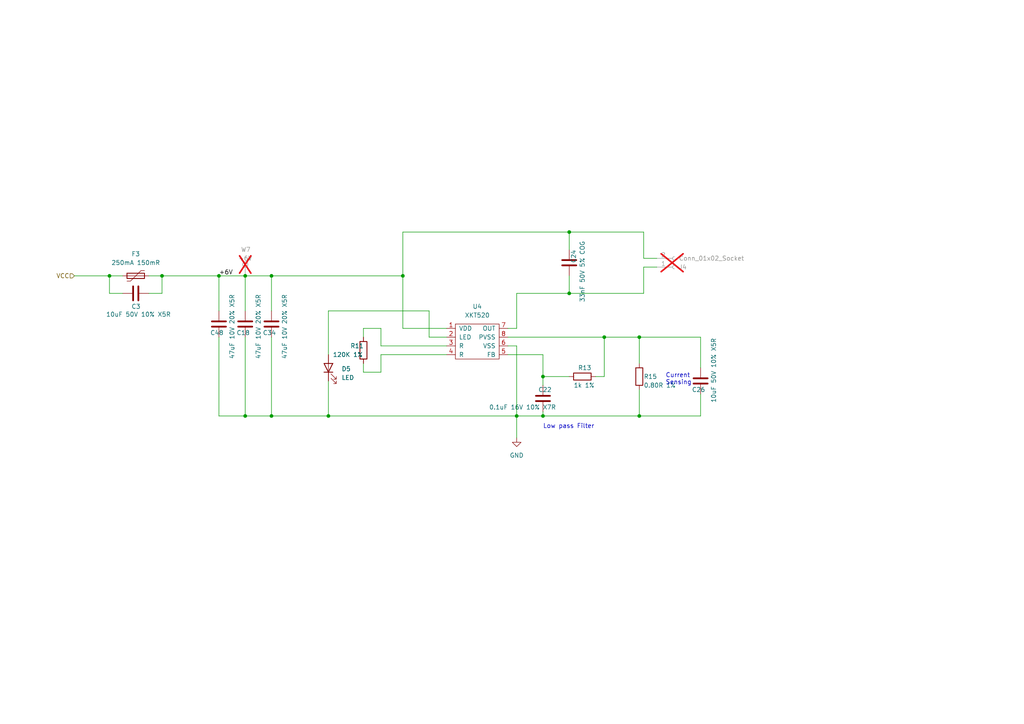
<source format=kicad_sch>
(kicad_sch (version 20250114) (generator "eeschema") (generator_version "9.0")
  (paper "A4")
  (title_block (title "Hex Charger PCB") (date "2025-10-02") (rev "1.4") (company "Systemic Games, LLC"))
  (lib_symbols
    (symbol "Connector:Conn_01x02_Socket" (pin_names (offset 1.016) (hide yes))
      (property "Reference" "J" (at 0 2.54 0))
      (property "Value" "Conn_01x02_Socket" (at 0 -5.08 0))
      (symbol "Conn_01x02_Socket_1_1"
        (polyline (pts (xy -1.27 0) (xy -0.508 0)) (stroke (width 0.1524)))
        (polyline (pts (xy -1.27 -2.54) (xy -0.508 -2.54)) (stroke (width 0.1524)))
        (arc (start 0 -0.508) (mid -0.5058 0) (end 0 0.508) (stroke (width 0.1524)))
        (arc (start 0 -3.048) (mid -0.5058 -2.54) (end 0 -2.032) (stroke (width 0.1524)))
        (pin passive line (at -5.08 0 0) (length 3.81) (name "Pin_1") (number "1"))
        (pin passive line (at -5.08 -2.54 0) (length 3.81) (name "Pin_2") (number "2"))
      )
    )
    (symbol "Device:C" (pin_numbers (hide yes)) (pin_names (offset 0.254))
      (property "Reference" "C" (at 0.635 2.54 0))
      (property "Value" "C" (at 0.635 -2.54 0))
      (symbol "C_0_1"
        (polyline (pts (xy -2.032 0.762) (xy 2.032 0.762)) (stroke (width 0.508)))
        (polyline (pts (xy -2.032 -0.762) (xy 2.032 -0.762)) (stroke (width 0.508)))
      )
      (symbol "C_1_1"
        (pin passive line (at 0 3.81 270) (length 2.794) (name "~") (number "1"))
        (pin passive line (at 0 -3.81 90) (length 2.794) (name "~") (number "2"))
      )
    )
    (symbol "Device:LED" (pin_numbers (hide yes)) (pin_names (offset 1.016) (hide yes))
      (property "Reference" "D" (at 0 2.54 0))
      (property "Value" "LED" (at 0 -2.54 0))
      (symbol "LED_0_1"
        (polyline (pts (xy -3.048 -0.762) (xy -4.572 -2.286) (xy -3.81 -2.286) (xy -4.572 -2.286) (xy -4.572 -1.524)))
        (polyline (pts (xy -1.778 -0.762) (xy -3.302 -2.286) (xy -2.54 -2.286) (xy -3.302 -2.286) (xy -3.302 -1.524)))
        (polyline (pts (xy -1.27 0) (xy 1.27 0)))
        (polyline (pts (xy -1.27 -1.27) (xy -1.27 1.27)) (stroke (width 0.254)))
        (polyline (pts (xy 1.27 -1.27) (xy 1.27 1.27) (xy -1.27 0) (xy 1.27 -1.27)) (stroke (width 0.254)))
      )
      (symbol "LED_1_1"
        (pin passive line (at -3.81 0 0) (length 2.54) (name "K") (number "1"))
        (pin passive line (at 3.81 0 180) (length 2.54) (name "A") (number "2"))
      )
    )
    (symbol "Device:Polyfuse" (pin_numbers (hide yes)) (pin_names (offset 0))
      (property "Reference" "F" (at -2.54 0 90))
      (property "Value" "Polyfuse" (at 2.54 0 90))
      (symbol "Polyfuse_0_1"
        (polyline (pts (xy -1.524 2.54) (xy -1.524 1.524) (xy 1.524 -1.524) (xy 1.524 -2.54)))
        (rectangle (start -0.762 2.54) (end 0.762 -2.54) (stroke (width 0.254)))
        (polyline (pts (xy 0 2.54) (xy 0 -2.54)))
      )
      (symbol "Polyfuse_1_1"
        (pin passive line (at 0 3.81 270) (length 1.27) (name "~") (number "1"))
        (pin passive line (at 0 -3.81 90) (length 1.27) (name "~") (number "2"))
      )
    )
    (symbol "Device:R" (pin_numbers (hide yes)) (pin_names (offset 0))
      (property "Reference" "R" (at 2.032 0 90))
      (property "Value" "R" (at 0 0 90))
      (symbol "R_0_1"
        (rectangle (start -1.016 -2.54) (end 1.016 2.54) (stroke (width 0.254)))
      )
      (symbol "R_1_1"
        (pin passive line (at 0 3.81 270) (length 1.27) (name "~") (number "1"))
        (pin passive line (at 0 -3.81 90) (length 1.27) (name "~") (number "2"))
      )
    )
    (symbol "Pixels-dice:TEST_1P-conn" (pin_numbers (hide yes)) (pin_names (offset 0.762) (hide yes))
      (property "Reference" "W" (at 0 6.858 0))
      (property "Value" "TEST_1P-conn" (at 0 5.08 0))
      (symbol "TEST_1P-conn_0_1"
        (circle (center 0 3.302) (radius 0.762))
      )
      (symbol "TEST_1P-conn_1_1"
        (pin passive line (at 0 0 90) (length 2.54) (name "1") (number "1"))
      )
    )
    (symbol "Pixels-dice:XKT520" (pin_names (offset 1.016))
      (property "Reference" "U" (at 0 6.35 0))
      (property "Value" "XKT520" (at 0 -6.35 0))
      (symbol "XKT520_0_1"
        (rectangle (start -6.35 5.08) (end 6.35 -5.08))
      )
      (symbol "XKT520_1_1"
        (pin power_in line (at -8.89 3.81 0) (length 2.54) (name "VDD") (number "1"))
        (pin output line (at -8.89 1.27 0) (length 2.54) (name "LED") (number "2"))
        (pin passive line (at -8.89 -1.27 0) (length 2.54) (name "R") (number "3"))
        (pin passive line (at -8.89 -3.81 0) (length 2.54) (name "R") (number "4"))
        (pin output line (at 8.89 3.81 180) (length 2.54) (name "OUT") (number "7"))
        (pin output line (at 8.89 1.27 180) (length 2.54) (name "PVSS") (number "8"))
        (pin power_in line (at 8.89 -1.27 180) (length 2.54) (name "VSS") (number "6"))
        (pin input line (at 8.89 -3.81 180) (length 2.54) (name "FB") (number "5"))
      )
    )
    (symbol "power:GND" (power) (pin_numbers (hide yes)) (pin_names (offset 0) (hide yes))
      (property "Value" "GND" (at 0 -3.81 0))
      (symbol "GND_0_1"
        (polyline (pts (xy 0 0) (xy 0 -1.27) (xy 1.27 -1.27) (xy 0 -2.54) (xy -1.27 -1.27) (xy 0 -1.27)))
      )
      (symbol "GND_1_1"
        (pin power_in line (at 0 0 270) (length 0) (name "~") (number "1"))
      )
    )
  )
  (text "Current\nSensing" (at 193.04 111.76 0) (effects (font (size 1.27 1.27)) (justify left bottom)))
  (text "Low pass Filter" (at 157.48 124.46 0) (effects (font (size 1.27 1.27)) (justify left bottom)))
  (junction (at 71.12 80.01))
  (junction (at 185.42 120.65))
  (junction (at 157.48 120.65))
  (junction (at 63.5 80.01))
  (junction (at 157.48 109.22))
  (junction (at 185.42 97.79))
  (junction (at 71.12 120.65))
  (junction (at 165.1 67.31))
  (junction (at 78.74 80.01))
  (junction (at 46.99 80.01))
  (junction (at 116.84 80.01))
  (junction (at 78.74 120.65))
  (junction (at 175.26 97.79))
  (junction (at 31.75 80.01))
  (junction (at 165.1 85.09))
  (junction (at 149.86 120.65))
  (junction (at 95.25 120.65))
  (wire (pts (xy 116.84 67.31) (xy 116.84 80.01)))
  (wire (pts (xy 185.42 97.79) (xy 185.42 105.41)))
  (wire (pts (xy 71.12 80.01) (xy 78.74 80.01)))
  (wire (pts (xy 165.1 85.09) (xy 149.86 85.09)))
  (wire (pts (xy 149.86 95.25) (xy 147.32 95.25)))
  (wire (pts (xy 110.49 100.33) (xy 129.54 100.33)))
  (wire (pts (xy 116.84 95.25) (xy 129.54 95.25)))
  (wire (pts (xy 185.42 120.65) (xy 157.48 120.65)))
  (wire (pts (xy 95.25 110.49) (xy 95.25 120.65)))
  (wire (pts (xy 105.41 95.25) (xy 105.41 97.79)))
  (wire (pts (xy 203.2 114.3) (xy 203.2 120.65)))
  (wire (pts (xy 186.69 85.09) (xy 186.69 77.47)))
  (wire (pts (xy 63.5 80.01) (xy 63.5 90.17)))
  (wire (pts (xy 124.46 97.79) (xy 129.54 97.79)))
  (wire (pts (xy 175.26 109.22) (xy 175.26 97.79)))
  (wire (pts (xy 165.1 67.31) (xy 165.1 72.39)))
  (wire (pts (xy 46.99 85.09) (xy 46.99 80.01)))
  (wire (pts (xy 78.74 80.01) (xy 78.74 90.17)))
  (wire (pts (xy 116.84 67.31) (xy 165.1 67.31)))
  (wire (pts (xy 71.12 80.01) (xy 71.12 90.17)))
  (wire (pts (xy 165.1 67.31) (xy 186.69 67.31)))
  (wire (pts (xy 110.49 95.25) (xy 105.41 95.25)))
  (wire (pts (xy 157.48 109.22) (xy 165.1 109.22)))
  (wire (pts (xy 149.86 100.33) (xy 147.32 100.33)))
  (wire (pts (xy 63.5 120.65) (xy 71.12 120.65)))
  (wire (pts (xy 185.42 113.03) (xy 185.42 120.65)))
  (wire (pts (xy 46.99 80.01) (xy 63.5 80.01)))
  (wire (pts (xy 149.86 100.33) (xy 149.86 120.65)))
  (wire (pts (xy 105.41 107.95) (xy 105.41 105.41)))
  (wire (pts (xy 175.26 97.79) (xy 185.42 97.79)))
  (wire (pts (xy 43.18 85.09) (xy 46.99 85.09)))
  (wire (pts (xy 78.74 80.01) (xy 116.84 80.01)))
  (wire (pts (xy 186.69 74.93) (xy 186.69 67.31)))
  (wire (pts (xy 165.1 85.09) (xy 186.69 85.09)))
  (wire (pts (xy 31.75 85.09) (xy 31.75 80.01)))
  (wire (pts (xy 124.46 97.79) (xy 124.46 90.17)))
  (wire (pts (xy 190.5 74.93) (xy 186.69 74.93)))
  (wire (pts (xy 35.56 85.09) (xy 31.75 85.09)))
  (wire (pts (xy 157.48 119.38) (xy 157.48 120.65)))
  (wire (pts (xy 110.49 107.95) (xy 105.41 107.95)))
  (wire (pts (xy 149.86 120.65) (xy 149.86 127)))
  (wire (pts (xy 147.32 102.87) (xy 157.48 102.87)))
  (wire (pts (xy 71.12 80.01) (xy 63.5 80.01)))
  (wire (pts (xy 71.12 120.65) (xy 78.74 120.65)))
  (wire (pts (xy 31.75 80.01) (xy 35.56 80.01)))
  (wire (pts (xy 157.48 109.22) (xy 157.48 102.87)))
  (wire (pts (xy 110.49 102.87) (xy 129.54 102.87)))
  (wire (pts (xy 78.74 97.79) (xy 78.74 120.65)))
  (wire (pts (xy 203.2 120.65) (xy 185.42 120.65)))
  (wire (pts (xy 43.18 80.01) (xy 46.99 80.01)))
  (wire (pts (xy 172.72 109.22) (xy 175.26 109.22)))
  (wire (pts (xy 165.1 80.01) (xy 165.1 85.09)))
  (wire (pts (xy 149.86 120.65) (xy 157.48 120.65)))
  (wire (pts (xy 95.25 90.17) (xy 95.25 102.87)))
  (wire (pts (xy 71.12 97.79) (xy 71.12 120.65)))
  (wire (pts (xy 110.49 107.95) (xy 110.49 102.87)))
  (wire (pts (xy 110.49 95.25) (xy 110.49 100.33)))
  (wire (pts (xy 63.5 97.79) (xy 63.5 120.65)))
  (wire (pts (xy 149.86 85.09) (xy 149.86 95.25)))
  (wire (pts (xy 186.69 77.47) (xy 190.5 77.47)))
  (wire (pts (xy 116.84 80.01) (xy 116.84 95.25)))
  (wire (pts (xy 95.25 90.17) (xy 124.46 90.17)))
  (wire (pts (xy 78.74 120.65) (xy 95.25 120.65)))
  (wire (pts (xy 157.48 109.22) (xy 157.48 111.76)))
  (wire (pts (xy 185.42 97.79) (xy 203.2 97.79)))
  (wire (pts (xy 21.59 80.01) (xy 31.75 80.01)))
  (wire (pts (xy 147.32 97.79) (xy 175.26 97.79)))
  (wire (pts (xy 95.25 120.65) (xy 149.86 120.65)))
  (wire (pts (xy 203.2 97.79) (xy 203.2 106.68)))
  (label "+6V" (at 63.5 80.01 0))
  (hierarchical_label "VCC" (shape input) (at 21.59 80.01 180))
  (symbol (lib_id "Device:LED") (at 95.25 106.68 90) (unit 1)
    (property "Reference" "D3" (at 99.06 106.9974 90) (effects (justify right)))
    (property "Value" "LED" (at 99.06 109.5374 90) (effects (justify right)))
    (property "Footprint" "LED_SMD:LED_0603_1608Metric" (effects (hide yes)))
    (property "Manufacturer" "Lite-On" (effects (hide yes)))
    (property "Part Number" "LTST-C191KRKT" (effects (hide yes)))
    (property "LCSC Part #" "C125099" (effects (hide yes)))
    (instances (project "main" (path "" (reference "D5") (unit 1)) (path "" (reference "D9") (unit 1)) (path "" (reference "D8") (unit 1)) (path "" (reference "D3") (unit 1)) (path "" (reference "D6") (unit 1)) (path "" (reference "D4") (unit 1)) (path "" (reference "D7") (unit 1))))
  )
  (symbol (lib_id "Device:C") (at 39.37 85.09 270) (unit 1)
    (property "Reference" "C1" (at 38.1 88.9 90) (effects (justify left)))
    (property "Value" "10uF 50V 10% X5R" (at 30.734 91.186 90) (effects (justify left)))
    (property "Footprint" "Capacitor_SMD:C_0805_2012Metric" (effects (hide yes)))
    (property "Part Number" " CGA0805X5R106K250MT" (effects (hide yes)))
    (property "Manufacturer" "HRE" (effects (hide yes)))
    (instances (project "main" (path "" (reference "C3") (unit 1)) (path "" (reference "C45") (unit 1)) (path "" (reference "C44") (unit 1)) (path "" (reference "C1") (unit 1)) (path "" (reference "C5") (unit 1)) (path "" (reference "C2") (unit 1)) (path "" (reference "C43") (unit 1))))
  )
  (symbol (lib_id "Device:R") (at 105.41 101.6 180) (unit 1)
    (property "Reference" "R5" (at 101.6 100.33 0) (effects (justify right)))
    (property "Value" "120K 1%" (at 96.52 102.87 0) (effects (justify right)))
    (property "Footprint" "Resistor_SMD:R_0402_1005Metric" (effects (hide yes)))
    (property "Part Number" "0402WGF1203TCE" (effects (hide yes)))
    (property "Manufacturer" "UNI-ROYAL(Uniroyal Elec)" (effects (hide yes)))
    (property "LCSC Part #" "C25750" (effects (hide yes)))
    (instances (project "main" (path "" (reference "R11") (unit 1)) (path "" (reference "R23") (unit 1)) (path "" (reference "R20") (unit 1)) (path "" (reference "R5") (unit 1)) (path "" (reference "R12") (unit 1)) (path "" (reference "R8") (unit 1)) (path "" (reference "R17") (unit 1))))
  )
  (symbol (lib_id "Device:C") (at 157.48 115.57 180) (unit 1)
    (property "Reference" "C10" (at 160.02 113.03 0) (effects (justify left)))
    (property "Value" "0.1uF 16V 10% X7R" (at 161.29 118.11 0) (effects (justify left)))
    (property "Footprint" "Capacitor_SMD:C_0603_1608Metric" (effects (hide yes)))
    (property "Part Number" "CGA0603X7R104K500JT" (effects (hide yes)))
    (property "Manufacturer" "HRE" (effects (hide yes)))
    (instances (project "main" (path "" (reference "C22") (unit 1)) (path "" (reference "C40") (unit 1)) (path "" (reference "C35") (unit 1)) (path "" (reference "C10") (unit 1)) (path "" (reference "C23") (unit 1)) (path "" (reference "C15") (unit 1)) (path "" (reference "C30") (unit 1))))
  )
  (symbol (lib_id "Device:C") (at 71.12 93.98 0) (unit 1)
    (property "Reference" "C8" (at 68.58 96.52 0) (effects (justify left)))
    (property "Value" "47uF 10V 20% X5R" (at 74.93 104.14 90) (effects (justify left)))
    (property "Footprint" "Capacitor_SMD:C_1206_3216Metric" (effects (hide yes)))
    (property "Part Number" " CGA1206X5R476M100NT" (effects (hide yes)))
    (property "Manufacturer" "HRE" (effects (hide yes)))
    (instances (project "main" (path "" (reference "C18") (unit 1)) (path "" (reference "C38") (unit 1)) (path "" (reference "C33") (unit 1)) (path "" (reference "C8") (unit 1)) (path "" (reference "C19") (unit 1)) (path "" (reference "C13") (unit 1)) (path "" (reference "C28") (unit 1))))
  )
  (symbol (lib_id "Device:C") (at 203.2 110.49 0) (unit 1)
    (property "Reference" "C12" (at 200.66 113.03 0) (effects (justify left)))
    (property "Value" "10uF 50V 10% X5R" (at 207.01 116.84 90) (effects (justify left)))
    (property "Footprint" "Capacitor_SMD:C_0805_2012Metric" (effects (hide yes)))
    (property "Part Number" " CGA0805X5R106K250MT" (effects (hide yes)))
    (property "Manufacturer" "HRE" (effects (hide yes)))
    (instances (project "main" (path "" (reference "C26") (unit 1)) (path "" (reference "C42") (unit 1)) (path "" (reference "C37") (unit 1)) (path "" (reference "C12") (unit 1)) (path "" (reference "C27") (unit 1)) (path "" (reference "C17") (unit 1)) (path "" (reference "C32") (unit 1))))
  )
  (symbol (lib_id "Device:R") (at 168.91 109.22 90) (unit 1)
    (property "Reference" "R6" (at 167.64 106.68 90) (effects (justify right)))
    (property "Value" "1k 1%" (at 166.37 111.76 90) (effects (justify right)))
    (property "Footprint" "Resistor_SMD:R_0402_1005Metric" (effects (hide yes)))
    (property "Part Number" "0402WGF1001TCE" (effects (hide yes)))
    (property "Manufacturer" "UNI-ROYAL(Uniroyal Elec)" (effects (hide yes)))
    (property "LCSC Part #" "C11702" (effects (hide yes)))
    (instances (project "main" (path "" (reference "R13") (unit 1)) (path "" (reference "R24") (unit 1)) (path "" (reference "R21") (unit 1)) (path "" (reference "R6") (unit 1)) (path "" (reference "R14") (unit 1)) (path "" (reference "R9") (unit 1)) (path "" (reference "R18") (unit 1))))
  )
  (symbol (lib_id "power:GND") (at 149.86 127 0) (unit 1)
    (property "Reference" "#PWR09" (effects (hide yes)))
    (property "Value" "GND" (at 149.86 132.08 0))
    (property "Description" "Power symbol creates a global label with name \"GND\" , ground" (effects (hide yes)))
    (instances (project "main" (path "" (reference "#PWR06") (unit 1)) (path "" (reference "#PWR010") (unit 1)) (path "" (reference "#PWR0101") (unit 1)) (path "" (reference "#PWR09") (unit 1)) (path "" (reference "#PWR07") (unit 1)) (path "" (reference "#PWR05") (unit 1)) (path "" (reference "#PWR08") (unit 1))))
  )
  (symbol (lib_id "Pixels-dice:XKT520") (at 138.43 99.06 0) (unit 1)
    (property "Reference" "U2" (at 138.43 88.9 0))
    (property "Value" "XKT520" (at 138.43 91.44 0))
    (property "Footprint" "Pixels-dice:SOIC-8_3.9x4.9mm_P1.27mm" (effects (hide yes)))
    (property "Manufacturer" "XKT" (effects (hide yes)))
    (property "Part Number" "520" (effects (hide yes)))
    (instances (project "main" (path "" (reference "U4") (unit 1)) (path "" (reference "U8") (unit 1)) (path "" (reference "U7") (unit 1)) (path "" (reference "U2") (unit 1)) (path "" (reference "U5") (unit 1)) (path "" (reference "U3") (unit 1)) (path "" (reference "U6") (unit 1))))
  )
  (symbol (lib_id "Device:R") (at 185.42 109.22 180) (unit 1)
    (property "Reference" "R7" (at 186.69 109.22 0) (effects (justify right)))
    (property "Value" "0.80R 1%" (at 186.69 111.76 0) (effects (justify right)))
    (property "Footprint" "Resistor_SMD:R_1206_3216Metric" (effects (hide yes)))
    (property "Part Number" " 1206W4F800LT5E" (effects (hide yes)))
    (property "Manufacturer" "UNI-ROYAL(Uniroyal Elec)" (effects (hide yes)))
    (instances (project "main" (path "" (reference "R15") (unit 1)) (path "" (reference "R25") (unit 1)) (path "" (reference "R22") (unit 1)) (path "" (reference "R7") (unit 1)) (path "" (reference "R16") (unit 1)) (path "" (reference "R10") (unit 1)) (path "" (reference "R19") (unit 1))))
  )
  (symbol (lib_id "Device:C") (at 63.5 93.98 0) (unit 1)
    (property "Reference" "C46" (at 60.96 96.52 0) (effects (justify left)))
    (property "Value" "47uF 10V 20% X5R" (at 67.31 104.14 90) (effects (justify left)))
    (property "Footprint" "Capacitor_SMD:C_1206_3216Metric" (effects (hide yes)))
    (property "Part Number" " CGA1206X5R476M100NT" (effects (hide yes)))
    (property "Manufacturer" "HRE" (effects (hide yes)))
    (instances (project "main" (path "" (reference "C48") (unit 1)) (path "" (reference "C52") (unit 1)) (path "" (reference "C51") (unit 1)) (path "" (reference "C46") (unit 1)) (path "" (reference "C49") (unit 1)) (path "" (reference "C47") (unit 1)) (path "" (reference "C50") (unit 1))))
  )
  (symbol (lib_id "Connector:Conn_01x02_Socket") (at 195.58 77.47 0) (mirror x) (unit 1) (in_bom no) (dnp yes)
    (property "Reference" "J2" (at 196.85 77.4701 0) (effects (justify left)))
    (property "Value" "Conn_01x02_Socket" (at 196.85 74.9301 0) (effects (justify left)))
    (property "Footprint" "Pixels-dice:COIL_25_6_11T_0750_0255" (effects (hide yes)))
    (property "Description" "Generic connector, single row, 01x02, script generated" (effects (hide yes)))
    (instances (project "main" (path "" (reference "J4") (unit 1)) (path "" (reference "J8") (unit 1)) (path "" (reference "J7") (unit 1)) (path "" (reference "J2") (unit 1)) (path "" (reference "J5") (unit 1)) (path "" (reference "J3") (unit 1)) (path "" (reference "J6") (unit 1))))
  )
  (symbol (lib_id "Device:C") (at 165.1 76.2 0) (mirror x) (unit 1)
    (property "Reference" "C11" (at 166.37 72.39 90) (effects (justify left)))
    (property "Value" "33nF 50V 5% COG" (at 168.91 69.85 90) (effects (justify left)))
    (property "Footprint" "Capacitor_SMD:C_1206_3216Metric" (effects (hide yes)))
    (property "Part Number" "GRM3195C1H333JA01D" (effects (hide yes)))
    (property "Manufacturer" "Murata" (effects (hide yes)))
    (property "LCSC Part #" "C97930" (effects (hide yes)))
    (instances (project "main" (path "" (reference "C24") (unit 1)) (path "" (reference "C41") (unit 1)) (path "" (reference "C36") (unit 1)) (path "" (reference "C11") (unit 1)) (path "" (reference "C25") (unit 1)) (path "" (reference "C16") (unit 1)) (path "" (reference "C31") (unit 1))))
  )
  (symbol (lib_id "Pixels-dice:TEST_1P-conn") (at 71.12 80.01 0) (unit 1) (in_bom no) (dnp yes)
    (property "Reference" "W5" (at 69.85 72.39 0) (effects (justify left)))
    (property "Value" "+6V" (at 69.088 74.93 0) (effects (justify left)))
    (property "Footprint" "Pixels-dice:TestPoint_1.5x1.5_Drill0.9mm" (effects (hide yes)))
    (instances (project "main" (path "" (reference "W7") (unit 1)) (path "" (reference "W11") (unit 1)) (path "" (reference "W10") (unit 1)) (path "" (reference "W5") (unit 1)) (path "" (reference "W8") (unit 1)) (path "" (reference "W6") (unit 1)) (path "" (reference "W9") (unit 1))))
  )
  (symbol (lib_id "Device:C") (at 78.74 93.98 0) (unit 1)
    (property "Reference" "C14" (at 76.2 96.52 0) (effects (justify left)))
    (property "Value" "47uF 10V 20% X5R" (at 82.55 104.14 90) (effects (justify left)))
    (property "Footprint" "Capacitor_SMD:C_1206_3216Metric" (effects (hide yes)))
    (property "Part Number" " CGA1206X5R476M100NT" (effects (hide yes)))
    (property "Manufacturer" "HRE" (effects (hide yes)))
    (instances (project "main" (path "" (reference "C34") (unit 1)) (path "" (reference "C59") (unit 1)) (path "" (reference "C57") (unit 1)) (path "" (reference "C14") (unit 1)) (path "" (reference "C53") (unit 1)) (path "" (reference "C21") (unit 1)) (path "" (reference "C55") (unit 1))))
  )
  (symbol (lib_id "Device:Polyfuse") (at 39.37 80.01 90) (unit 1)
    (property "Reference" "F1" (at 39.37 73.66 90))
    (property "Value" "250mA 150mR" (at 39.37 76.2 90))
    (property "Footprint" "Fuse:Fuse_1206_3216Metric" (effects (hide yes)))
    (property "Manufacturer" "BHFUSE" (effects (hide yes)))
    (property "Part Number" "BSMD1206-025-33V" (effects (hide yes)))
    (property "LCSC Part #" "C2977524" (effects (hide yes)))
    (instances (project "main" (path "" (reference "F3") (unit 1)) (path "" (reference "F7") (unit 1)) (path "" (reference "F6") (unit 1)) (path "" (reference "F1") (unit 1)) (path "" (reference "F4") (unit 1)) (path "" (reference "F2") (unit 1)) (path "" (reference "F5") (unit 1))))
  )
)
</source>
